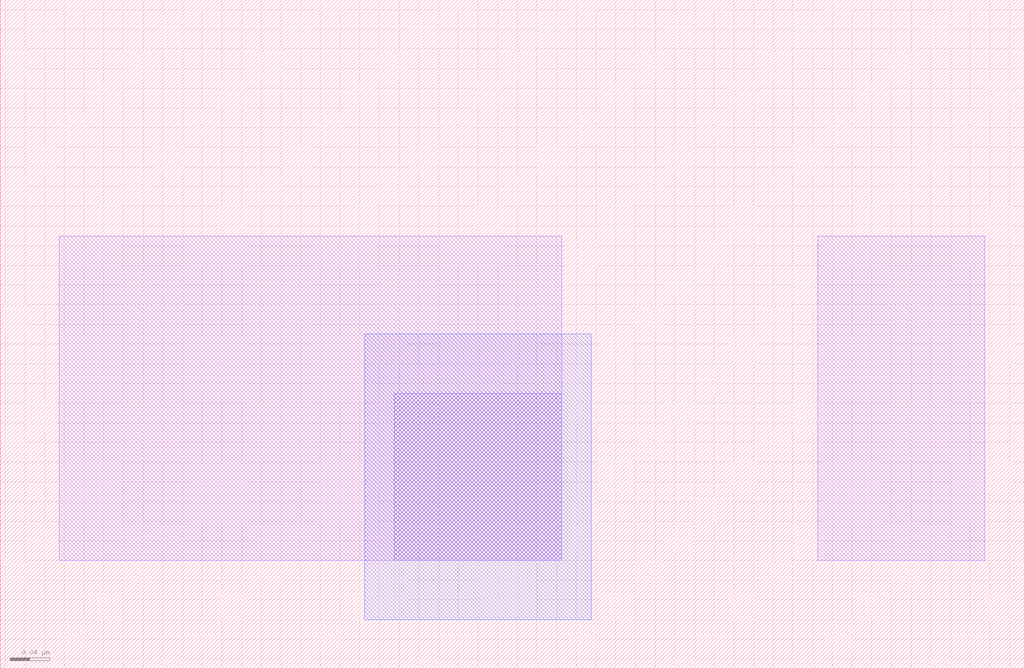
<source format=lef>
# Copyright 2020 The SkyWater PDK Authors
#
# Licensed under the Apache License, Version 2.0 (the "License");
# you may not use this file except in compliance with the License.
# You may obtain a copy of the License at
#
#     https://www.apache.org/licenses/LICENSE-2.0
#
# Unless required by applicable law or agreed to in writing, software
# distributed under the License is distributed on an "AS IS" BASIS,
# WITHOUT WARRANTIES OR CONDITIONS OF ANY KIND, either express or implied.
# See the License for the specific language governing permissions and
# limitations under the License.
#
# SPDX-License-Identifier: Apache-2.0

VERSION 5.7 ;
  NOWIREEXTENSIONATPIN ON ;
  DIVIDERCHAR "/" ;
  BUSBITCHARS "[]" ;
MACRO sky130_fd_pr__model__nfet__example1
  CLASS BLOCK ;
  FOREIGN sky130_fd_pr__model__nfet__example1 ;
  ORIGIN  0.625000  0.130000 ;
  SIZE  1.040000 BY  0.680000 ;
  OBS
    LAYER li1 ;
      RECT -0.565000 -0.020000 -0.055000 0.310000 ;
      RECT  0.205000 -0.020000  0.375000 0.310000 ;
    LAYER mcon ;
      RECT -0.225000 -0.020000 -0.055000 0.150000 ;
    LAYER met1 ;
      RECT -0.255000 -0.080000 -0.025000 0.210000 ;
  END
END sky130_fd_pr__model__nfet__example1
END LIBRARY

</source>
